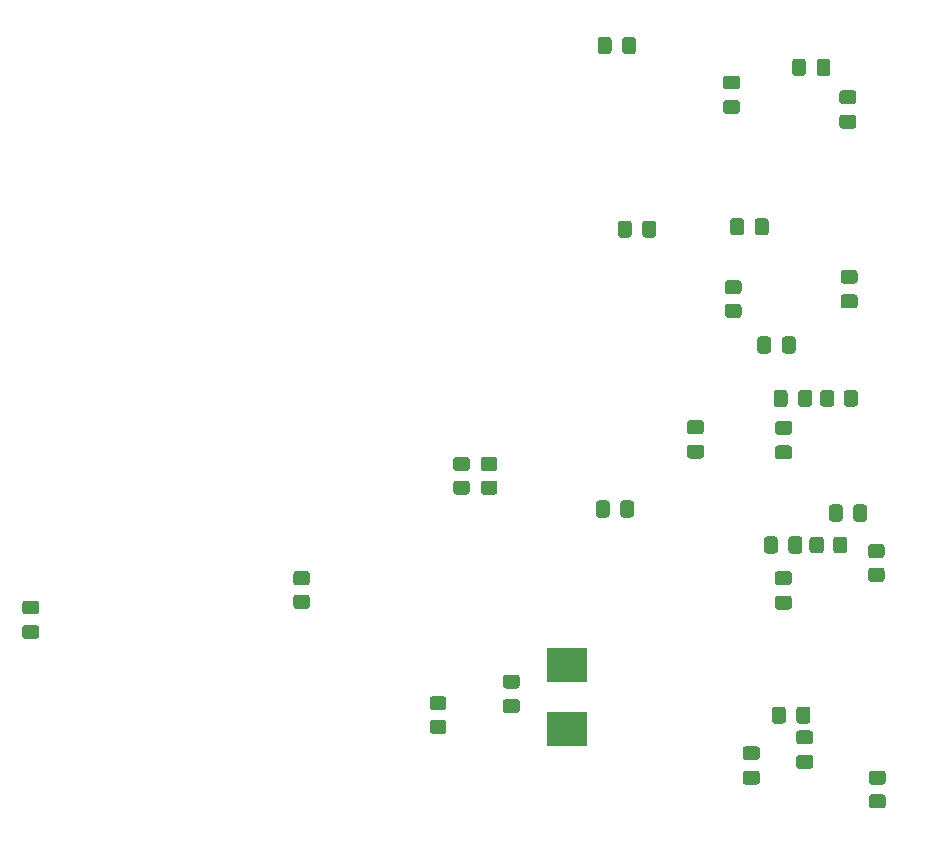
<source format=gbp>
G04 #@! TF.GenerationSoftware,KiCad,Pcbnew,(6.0.6)*
G04 #@! TF.CreationDate,2024-03-22T15:25:42+01:00*
G04 #@! TF.ProjectId,pi-pico-itm39xxc-if,70692d70-6963-46f2-9d69-746d33397878,rev?*
G04 #@! TF.SameCoordinates,Original*
G04 #@! TF.FileFunction,Paste,Bot*
G04 #@! TF.FilePolarity,Positive*
%FSLAX46Y46*%
G04 Gerber Fmt 4.6, Leading zero omitted, Abs format (unit mm)*
G04 Created by KiCad (PCBNEW (6.0.6)) date 2024-03-22 15:25:42*
%MOMM*%
%LPD*%
G01*
G04 APERTURE LIST*
%ADD10R,3.500000X2.950000*%
G04 APERTURE END LIST*
G36*
G01*
X160275200Y-81837000D02*
X161175200Y-81837000D01*
G75*
G02*
X161425200Y-82087000I0J-250000D01*
G01*
X161425200Y-82787000D01*
G75*
G02*
X161175200Y-83037000I-250000J0D01*
G01*
X160275200Y-83037000D01*
G75*
G02*
X160025200Y-82787000I0J250000D01*
G01*
X160025200Y-82087000D01*
G75*
G02*
X160275200Y-81837000I250000J0D01*
G01*
G37*
G36*
G01*
X160275200Y-83837000D02*
X161175200Y-83837000D01*
G75*
G02*
X161425200Y-84087000I0J-250000D01*
G01*
X161425200Y-84787000D01*
G75*
G02*
X161175200Y-85037000I-250000J0D01*
G01*
X160275200Y-85037000D01*
G75*
G02*
X160025200Y-84787000I0J250000D01*
G01*
X160025200Y-84087000D01*
G75*
G02*
X160275200Y-83837000I250000J0D01*
G01*
G37*
G36*
G01*
X125153000Y-74456600D02*
X126053000Y-74456600D01*
G75*
G02*
X126303000Y-74706600I0J-250000D01*
G01*
X126303000Y-75406600D01*
G75*
G02*
X126053000Y-75656600I-250000J0D01*
G01*
X125153000Y-75656600D01*
G75*
G02*
X124903000Y-75406600I0J250000D01*
G01*
X124903000Y-74706600D01*
G75*
G02*
X125153000Y-74456600I250000J0D01*
G01*
G37*
G36*
G01*
X125153000Y-76456600D02*
X126053000Y-76456600D01*
G75*
G02*
X126303000Y-76706600I0J-250000D01*
G01*
X126303000Y-77406600D01*
G75*
G02*
X126053000Y-77656600I-250000J0D01*
G01*
X125153000Y-77656600D01*
G75*
G02*
X124903000Y-77406600I0J250000D01*
G01*
X124903000Y-76706600D01*
G75*
G02*
X125153000Y-76456600I250000J0D01*
G01*
G37*
G36*
G01*
X159172200Y-69053800D02*
X159172200Y-69953800D01*
G75*
G02*
X158922200Y-70203800I-250000J0D01*
G01*
X158222200Y-70203800D01*
G75*
G02*
X157972200Y-69953800I0J250000D01*
G01*
X157972200Y-69053800D01*
G75*
G02*
X158222200Y-68803800I250000J0D01*
G01*
X158922200Y-68803800D01*
G75*
G02*
X159172200Y-69053800I0J-250000D01*
G01*
G37*
G36*
G01*
X157172200Y-69053800D02*
X157172200Y-69953800D01*
G75*
G02*
X156922200Y-70203800I-250000J0D01*
G01*
X156222200Y-70203800D01*
G75*
G02*
X155972200Y-69953800I0J250000D01*
G01*
X155972200Y-69053800D01*
G75*
G02*
X156222200Y-68803800I250000J0D01*
G01*
X156922200Y-68803800D01*
G75*
G02*
X157172200Y-69053800I0J-250000D01*
G01*
G37*
G36*
G01*
X151606500Y-54490600D02*
X151606500Y-55440600D01*
G75*
G02*
X151356500Y-55690600I-250000J0D01*
G01*
X150681500Y-55690600D01*
G75*
G02*
X150431500Y-55440600I0J250000D01*
G01*
X150431500Y-54490600D01*
G75*
G02*
X150681500Y-54240600I250000J0D01*
G01*
X151356500Y-54240600D01*
G75*
G02*
X151606500Y-54490600I0J-250000D01*
G01*
G37*
G36*
G01*
X149531500Y-54490600D02*
X149531500Y-55440600D01*
G75*
G02*
X149281500Y-55690600I-250000J0D01*
G01*
X148606500Y-55690600D01*
G75*
G02*
X148356500Y-55440600I0J250000D01*
G01*
X148356500Y-54490600D01*
G75*
G02*
X148606500Y-54240600I250000J0D01*
G01*
X149281500Y-54240600D01*
G75*
G02*
X149531500Y-54490600I0J-250000D01*
G01*
G37*
G36*
G01*
X111614800Y-84125000D02*
X112514800Y-84125000D01*
G75*
G02*
X112764800Y-84375000I0J-250000D01*
G01*
X112764800Y-85075000D01*
G75*
G02*
X112514800Y-85325000I-250000J0D01*
G01*
X111614800Y-85325000D01*
G75*
G02*
X111364800Y-85075000I0J250000D01*
G01*
X111364800Y-84375000D01*
G75*
G02*
X111614800Y-84125000I250000J0D01*
G01*
G37*
G36*
G01*
X111614800Y-86125000D02*
X112514800Y-86125000D01*
G75*
G02*
X112764800Y-86375000I0J-250000D01*
G01*
X112764800Y-87075000D01*
G75*
G02*
X112514800Y-87325000I-250000J0D01*
G01*
X111614800Y-87325000D01*
G75*
G02*
X111364800Y-87075000I0J250000D01*
G01*
X111364800Y-86375000D01*
G75*
G02*
X111614800Y-86125000I250000J0D01*
G01*
G37*
G36*
G01*
X88653600Y-86614600D02*
X89603600Y-86614600D01*
G75*
G02*
X89853600Y-86864600I0J-250000D01*
G01*
X89853600Y-87539600D01*
G75*
G02*
X89603600Y-87789600I-250000J0D01*
G01*
X88653600Y-87789600D01*
G75*
G02*
X88403600Y-87539600I0J250000D01*
G01*
X88403600Y-86864600D01*
G75*
G02*
X88653600Y-86614600I250000J0D01*
G01*
G37*
G36*
G01*
X88653600Y-88689600D02*
X89603600Y-88689600D01*
G75*
G02*
X89853600Y-88939600I0J-250000D01*
G01*
X89853600Y-89614600D01*
G75*
G02*
X89603600Y-89864600I-250000J0D01*
G01*
X88653600Y-89864600D01*
G75*
G02*
X88403600Y-89614600I0J250000D01*
G01*
X88403600Y-88939600D01*
G75*
G02*
X88653600Y-88689600I250000J0D01*
G01*
G37*
G36*
G01*
X136971600Y-79342000D02*
X136971600Y-78392000D01*
G75*
G02*
X137221600Y-78142000I250000J0D01*
G01*
X137896600Y-78142000D01*
G75*
G02*
X138146600Y-78392000I0J-250000D01*
G01*
X138146600Y-79342000D01*
G75*
G02*
X137896600Y-79592000I-250000J0D01*
G01*
X137221600Y-79592000D01*
G75*
G02*
X136971600Y-79342000I0J250000D01*
G01*
G37*
G36*
G01*
X139046600Y-79342000D02*
X139046600Y-78392000D01*
G75*
G02*
X139296600Y-78142000I250000J0D01*
G01*
X139971600Y-78142000D01*
G75*
G02*
X140221600Y-78392000I0J-250000D01*
G01*
X140221600Y-79342000D01*
G75*
G02*
X139971600Y-79592000I-250000J0D01*
G01*
X139296600Y-79592000D01*
G75*
G02*
X139046600Y-79342000I0J250000D01*
G01*
G37*
G36*
G01*
X148938000Y-45414600D02*
X147988000Y-45414600D01*
G75*
G02*
X147738000Y-45164600I0J250000D01*
G01*
X147738000Y-44489600D01*
G75*
G02*
X147988000Y-44239600I250000J0D01*
G01*
X148938000Y-44239600D01*
G75*
G02*
X149188000Y-44489600I0J-250000D01*
G01*
X149188000Y-45164600D01*
G75*
G02*
X148938000Y-45414600I-250000J0D01*
G01*
G37*
G36*
G01*
X148938000Y-43339600D02*
X147988000Y-43339600D01*
G75*
G02*
X147738000Y-43089600I0J250000D01*
G01*
X147738000Y-42414600D01*
G75*
G02*
X147988000Y-42164600I250000J0D01*
G01*
X148938000Y-42164600D01*
G75*
G02*
X149188000Y-42414600I0J-250000D01*
G01*
X149188000Y-43089600D01*
G75*
G02*
X148938000Y-43339600I-250000J0D01*
G01*
G37*
G36*
G01*
X127489800Y-74456600D02*
X128389800Y-74456600D01*
G75*
G02*
X128639800Y-74706600I0J-250000D01*
G01*
X128639800Y-75406600D01*
G75*
G02*
X128389800Y-75656600I-250000J0D01*
G01*
X127489800Y-75656600D01*
G75*
G02*
X127239800Y-75406600I0J250000D01*
G01*
X127239800Y-74706600D01*
G75*
G02*
X127489800Y-74456600I250000J0D01*
G01*
G37*
G36*
G01*
X127489800Y-76456600D02*
X128389800Y-76456600D01*
G75*
G02*
X128639800Y-76706600I0J-250000D01*
G01*
X128639800Y-77406600D01*
G75*
G02*
X128389800Y-77656600I-250000J0D01*
G01*
X127489800Y-77656600D01*
G75*
G02*
X127239800Y-77406600I0J250000D01*
G01*
X127239800Y-76706600D01*
G75*
G02*
X127489800Y-76456600I250000J0D01*
G01*
G37*
G36*
G01*
X149664400Y-98955100D02*
X150614400Y-98955100D01*
G75*
G02*
X150864400Y-99205100I0J-250000D01*
G01*
X150864400Y-99880100D01*
G75*
G02*
X150614400Y-100130100I-250000J0D01*
G01*
X149664400Y-100130100D01*
G75*
G02*
X149414400Y-99880100I0J250000D01*
G01*
X149414400Y-99205100D01*
G75*
G02*
X149664400Y-98955100I250000J0D01*
G01*
G37*
G36*
G01*
X149664400Y-101030100D02*
X150614400Y-101030100D01*
G75*
G02*
X150864400Y-101280100I0J-250000D01*
G01*
X150864400Y-101955100D01*
G75*
G02*
X150614400Y-102205100I-250000J0D01*
G01*
X149664400Y-102205100D01*
G75*
G02*
X149414400Y-101955100I0J250000D01*
G01*
X149414400Y-101280100D01*
G75*
G02*
X149664400Y-101030100I250000J0D01*
G01*
G37*
G36*
G01*
X151216200Y-82390000D02*
X151216200Y-81440000D01*
G75*
G02*
X151466200Y-81190000I250000J0D01*
G01*
X152141200Y-81190000D01*
G75*
G02*
X152391200Y-81440000I0J-250000D01*
G01*
X152391200Y-82390000D01*
G75*
G02*
X152141200Y-82640000I-250000J0D01*
G01*
X151466200Y-82640000D01*
G75*
G02*
X151216200Y-82390000I0J250000D01*
G01*
G37*
G36*
G01*
X153291200Y-82390000D02*
X153291200Y-81440000D01*
G75*
G02*
X153541200Y-81190000I250000J0D01*
G01*
X154216200Y-81190000D01*
G75*
G02*
X154466200Y-81440000I0J-250000D01*
G01*
X154466200Y-82390000D01*
G75*
G02*
X154216200Y-82640000I-250000J0D01*
G01*
X153541200Y-82640000D01*
G75*
G02*
X153291200Y-82390000I0J250000D01*
G01*
G37*
G36*
G01*
X123171800Y-94716800D02*
X124071800Y-94716800D01*
G75*
G02*
X124321800Y-94966800I0J-250000D01*
G01*
X124321800Y-95666800D01*
G75*
G02*
X124071800Y-95916800I-250000J0D01*
G01*
X123171800Y-95916800D01*
G75*
G02*
X122921800Y-95666800I0J250000D01*
G01*
X122921800Y-94966800D01*
G75*
G02*
X123171800Y-94716800I250000J0D01*
G01*
G37*
G36*
G01*
X123171800Y-96716800D02*
X124071800Y-96716800D01*
G75*
G02*
X124321800Y-96966800I0J-250000D01*
G01*
X124321800Y-97666800D01*
G75*
G02*
X124071800Y-97916800I-250000J0D01*
G01*
X123171800Y-97916800D01*
G75*
G02*
X122921800Y-97666800I0J250000D01*
G01*
X122921800Y-96966800D01*
G75*
G02*
X123171800Y-96716800I250000J0D01*
G01*
G37*
G36*
G01*
X152376200Y-84132800D02*
X153326200Y-84132800D01*
G75*
G02*
X153576200Y-84382800I0J-250000D01*
G01*
X153576200Y-85057800D01*
G75*
G02*
X153326200Y-85307800I-250000J0D01*
G01*
X152376200Y-85307800D01*
G75*
G02*
X152126200Y-85057800I0J250000D01*
G01*
X152126200Y-84382800D01*
G75*
G02*
X152376200Y-84132800I250000J0D01*
G01*
G37*
G36*
G01*
X152376200Y-86207800D02*
X153326200Y-86207800D01*
G75*
G02*
X153576200Y-86457800I0J-250000D01*
G01*
X153576200Y-87132800D01*
G75*
G02*
X153326200Y-87382800I-250000J0D01*
G01*
X152376200Y-87382800D01*
G75*
G02*
X152126200Y-87132800I0J250000D01*
G01*
X152126200Y-86457800D01*
G75*
G02*
X152376200Y-86207800I250000J0D01*
G01*
G37*
G36*
G01*
X129344400Y-92888400D02*
X130294400Y-92888400D01*
G75*
G02*
X130544400Y-93138400I0J-250000D01*
G01*
X130544400Y-93813400D01*
G75*
G02*
X130294400Y-94063400I-250000J0D01*
G01*
X129344400Y-94063400D01*
G75*
G02*
X129094400Y-93813400I0J250000D01*
G01*
X129094400Y-93138400D01*
G75*
G02*
X129344400Y-92888400I250000J0D01*
G01*
G37*
G36*
G01*
X129344400Y-94963400D02*
X130294400Y-94963400D01*
G75*
G02*
X130544400Y-95213400I0J-250000D01*
G01*
X130544400Y-95888400D01*
G75*
G02*
X130294400Y-96138400I-250000J0D01*
G01*
X129344400Y-96138400D01*
G75*
G02*
X129094400Y-95888400I0J250000D01*
G01*
X129094400Y-95213400D01*
G75*
G02*
X129344400Y-94963400I250000J0D01*
G01*
G37*
G36*
G01*
X145890000Y-74599200D02*
X144940000Y-74599200D01*
G75*
G02*
X144690000Y-74349200I0J250000D01*
G01*
X144690000Y-73674200D01*
G75*
G02*
X144940000Y-73424200I250000J0D01*
G01*
X145890000Y-73424200D01*
G75*
G02*
X146140000Y-73674200I0J-250000D01*
G01*
X146140000Y-74349200D01*
G75*
G02*
X145890000Y-74599200I-250000J0D01*
G01*
G37*
G36*
G01*
X145890000Y-72524200D02*
X144940000Y-72524200D01*
G75*
G02*
X144690000Y-72274200I0J250000D01*
G01*
X144690000Y-71599200D01*
G75*
G02*
X144940000Y-71349200I250000J0D01*
G01*
X145890000Y-71349200D01*
G75*
G02*
X146140000Y-71599200I0J-250000D01*
G01*
X146140000Y-72274200D01*
G75*
G02*
X145890000Y-72524200I-250000J0D01*
G01*
G37*
G36*
G01*
X155135600Y-100862800D02*
X154185600Y-100862800D01*
G75*
G02*
X153935600Y-100612800I0J250000D01*
G01*
X153935600Y-99937800D01*
G75*
G02*
X154185600Y-99687800I250000J0D01*
G01*
X155135600Y-99687800D01*
G75*
G02*
X155385600Y-99937800I0J-250000D01*
G01*
X155385600Y-100612800D01*
G75*
G02*
X155135600Y-100862800I-250000J0D01*
G01*
G37*
G36*
G01*
X155135600Y-98787800D02*
X154185600Y-98787800D01*
G75*
G02*
X153935600Y-98537800I0J250000D01*
G01*
X153935600Y-97862800D01*
G75*
G02*
X154185600Y-97612800I250000J0D01*
G01*
X155135600Y-97612800D01*
G75*
G02*
X155385600Y-97862800I0J-250000D01*
G01*
X155385600Y-98537800D01*
G75*
G02*
X155135600Y-98787800I-250000J0D01*
G01*
G37*
G36*
G01*
X158267200Y-81465000D02*
X158267200Y-82365000D01*
G75*
G02*
X158017200Y-82615000I-250000J0D01*
G01*
X157317200Y-82615000D01*
G75*
G02*
X157067200Y-82365000I0J250000D01*
G01*
X157067200Y-81465000D01*
G75*
G02*
X157317200Y-81215000I250000J0D01*
G01*
X158017200Y-81215000D01*
G75*
G02*
X158267200Y-81465000I0J-250000D01*
G01*
G37*
G36*
G01*
X156267200Y-81465000D02*
X156267200Y-82365000D01*
G75*
G02*
X156017200Y-82615000I-250000J0D01*
G01*
X155317200Y-82615000D01*
G75*
G02*
X155067200Y-82365000I0J250000D01*
G01*
X155067200Y-81465000D01*
G75*
G02*
X155317200Y-81215000I250000J0D01*
G01*
X156017200Y-81215000D01*
G75*
G02*
X156267200Y-81465000I0J-250000D01*
G01*
G37*
G36*
G01*
X156840500Y-41003200D02*
X156840500Y-41953200D01*
G75*
G02*
X156590500Y-42203200I-250000J0D01*
G01*
X155915500Y-42203200D01*
G75*
G02*
X155665500Y-41953200I0J250000D01*
G01*
X155665500Y-41003200D01*
G75*
G02*
X155915500Y-40753200I250000J0D01*
G01*
X156590500Y-40753200D01*
G75*
G02*
X156840500Y-41003200I0J-250000D01*
G01*
G37*
G36*
G01*
X154765500Y-41003200D02*
X154765500Y-41953200D01*
G75*
G02*
X154515500Y-42203200I-250000J0D01*
G01*
X153840500Y-42203200D01*
G75*
G02*
X153590500Y-41953200I0J250000D01*
G01*
X153590500Y-41003200D01*
G75*
G02*
X153840500Y-40753200I250000J0D01*
G01*
X154515500Y-40753200D01*
G75*
G02*
X154765500Y-41003200I0J-250000D01*
G01*
G37*
G36*
G01*
X152398200Y-71409400D02*
X153348200Y-71409400D01*
G75*
G02*
X153598200Y-71659400I0J-250000D01*
G01*
X153598200Y-72334400D01*
G75*
G02*
X153348200Y-72584400I-250000J0D01*
G01*
X152398200Y-72584400D01*
G75*
G02*
X152148200Y-72334400I0J250000D01*
G01*
X152148200Y-71659400D01*
G75*
G02*
X152398200Y-71409400I250000J0D01*
G01*
G37*
G36*
G01*
X152398200Y-73484400D02*
X153348200Y-73484400D01*
G75*
G02*
X153598200Y-73734400I0J-250000D01*
G01*
X153598200Y-74409400D01*
G75*
G02*
X153348200Y-74659400I-250000J0D01*
G01*
X152398200Y-74659400D01*
G75*
G02*
X152148200Y-74409400I0J250000D01*
G01*
X152148200Y-73734400D01*
G75*
G02*
X152398200Y-73484400I250000J0D01*
G01*
G37*
D10*
X134518400Y-92075000D03*
X134518400Y-97525000D03*
G36*
G01*
X156709200Y-79681600D02*
X156709200Y-78731600D01*
G75*
G02*
X156959200Y-78481600I250000J0D01*
G01*
X157634200Y-78481600D01*
G75*
G02*
X157884200Y-78731600I0J-250000D01*
G01*
X157884200Y-79681600D01*
G75*
G02*
X157634200Y-79931600I-250000J0D01*
G01*
X156959200Y-79931600D01*
G75*
G02*
X156709200Y-79681600I0J250000D01*
G01*
G37*
G36*
G01*
X158784200Y-79681600D02*
X158784200Y-78731600D01*
G75*
G02*
X159034200Y-78481600I250000J0D01*
G01*
X159709200Y-78481600D01*
G75*
G02*
X159959200Y-78731600I0J-250000D01*
G01*
X159959200Y-79681600D01*
G75*
G02*
X159709200Y-79931600I-250000J0D01*
G01*
X159034200Y-79931600D01*
G75*
G02*
X158784200Y-79681600I0J250000D01*
G01*
G37*
G36*
G01*
X137135200Y-40099000D02*
X137135200Y-39149000D01*
G75*
G02*
X137385200Y-38899000I250000J0D01*
G01*
X138060200Y-38899000D01*
G75*
G02*
X138310200Y-39149000I0J-250000D01*
G01*
X138310200Y-40099000D01*
G75*
G02*
X138060200Y-40349000I-250000J0D01*
G01*
X137385200Y-40349000D01*
G75*
G02*
X137135200Y-40099000I0J250000D01*
G01*
G37*
G36*
G01*
X139210200Y-40099000D02*
X139210200Y-39149000D01*
G75*
G02*
X139460200Y-38899000I250000J0D01*
G01*
X140135200Y-38899000D01*
G75*
G02*
X140385200Y-39149000I0J-250000D01*
G01*
X140385200Y-40099000D01*
G75*
G02*
X140135200Y-40349000I-250000J0D01*
G01*
X139460200Y-40349000D01*
G75*
G02*
X139210200Y-40099000I0J250000D01*
G01*
G37*
G36*
G01*
X148165400Y-59487000D02*
X149065400Y-59487000D01*
G75*
G02*
X149315400Y-59737000I0J-250000D01*
G01*
X149315400Y-60437000D01*
G75*
G02*
X149065400Y-60687000I-250000J0D01*
G01*
X148165400Y-60687000D01*
G75*
G02*
X147915400Y-60437000I0J250000D01*
G01*
X147915400Y-59737000D01*
G75*
G02*
X148165400Y-59487000I250000J0D01*
G01*
G37*
G36*
G01*
X148165400Y-61487000D02*
X149065400Y-61487000D01*
G75*
G02*
X149315400Y-61737000I0J-250000D01*
G01*
X149315400Y-62437000D01*
G75*
G02*
X149065400Y-62687000I-250000J0D01*
G01*
X148165400Y-62687000D01*
G75*
G02*
X147915400Y-62437000I0J250000D01*
G01*
X147915400Y-61737000D01*
G75*
G02*
X148165400Y-61487000I250000J0D01*
G01*
G37*
G36*
G01*
X152035600Y-69978800D02*
X152035600Y-69028800D01*
G75*
G02*
X152285600Y-68778800I250000J0D01*
G01*
X152960600Y-68778800D01*
G75*
G02*
X153210600Y-69028800I0J-250000D01*
G01*
X153210600Y-69978800D01*
G75*
G02*
X152960600Y-70228800I-250000J0D01*
G01*
X152285600Y-70228800D01*
G75*
G02*
X152035600Y-69978800I0J250000D01*
G01*
G37*
G36*
G01*
X154110600Y-69978800D02*
X154110600Y-69028800D01*
G75*
G02*
X154360600Y-68778800I250000J0D01*
G01*
X155035600Y-68778800D01*
G75*
G02*
X155285600Y-69028800I0J-250000D01*
G01*
X155285600Y-69978800D01*
G75*
G02*
X155035600Y-70228800I-250000J0D01*
G01*
X154360600Y-70228800D01*
G75*
G02*
X154110600Y-69978800I0J250000D01*
G01*
G37*
G36*
G01*
X138837000Y-55643800D02*
X138837000Y-54693800D01*
G75*
G02*
X139087000Y-54443800I250000J0D01*
G01*
X139762000Y-54443800D01*
G75*
G02*
X140012000Y-54693800I0J-250000D01*
G01*
X140012000Y-55643800D01*
G75*
G02*
X139762000Y-55893800I-250000J0D01*
G01*
X139087000Y-55893800D01*
G75*
G02*
X138837000Y-55643800I0J250000D01*
G01*
G37*
G36*
G01*
X140912000Y-55643800D02*
X140912000Y-54693800D01*
G75*
G02*
X141162000Y-54443800I250000J0D01*
G01*
X141837000Y-54443800D01*
G75*
G02*
X142087000Y-54693800I0J-250000D01*
G01*
X142087000Y-55643800D01*
G75*
G02*
X141837000Y-55893800I-250000J0D01*
G01*
X141162000Y-55893800D01*
G75*
G02*
X140912000Y-55643800I0J250000D01*
G01*
G37*
G36*
G01*
X158793200Y-46659200D02*
X157843200Y-46659200D01*
G75*
G02*
X157593200Y-46409200I0J250000D01*
G01*
X157593200Y-45734200D01*
G75*
G02*
X157843200Y-45484200I250000J0D01*
G01*
X158793200Y-45484200D01*
G75*
G02*
X159043200Y-45734200I0J-250000D01*
G01*
X159043200Y-46409200D01*
G75*
G02*
X158793200Y-46659200I-250000J0D01*
G01*
G37*
G36*
G01*
X158793200Y-44584200D02*
X157843200Y-44584200D01*
G75*
G02*
X157593200Y-44334200I0J250000D01*
G01*
X157593200Y-43659200D01*
G75*
G02*
X157843200Y-43409200I250000J0D01*
G01*
X158793200Y-43409200D01*
G75*
G02*
X159043200Y-43659200I0J-250000D01*
G01*
X159043200Y-44334200D01*
G75*
G02*
X158793200Y-44584200I-250000J0D01*
G01*
G37*
G36*
G01*
X158894800Y-61873800D02*
X157944800Y-61873800D01*
G75*
G02*
X157694800Y-61623800I0J250000D01*
G01*
X157694800Y-60948800D01*
G75*
G02*
X157944800Y-60698800I250000J0D01*
G01*
X158894800Y-60698800D01*
G75*
G02*
X159144800Y-60948800I0J-250000D01*
G01*
X159144800Y-61623800D01*
G75*
G02*
X158894800Y-61873800I-250000J0D01*
G01*
G37*
G36*
G01*
X158894800Y-59798800D02*
X157944800Y-59798800D01*
G75*
G02*
X157694800Y-59548800I0J250000D01*
G01*
X157694800Y-58873800D01*
G75*
G02*
X157944800Y-58623800I250000J0D01*
G01*
X158894800Y-58623800D01*
G75*
G02*
X159144800Y-58873800I0J-250000D01*
G01*
X159144800Y-59548800D01*
G75*
G02*
X158894800Y-59798800I-250000J0D01*
G01*
G37*
G36*
G01*
X150651900Y-65457600D02*
X150651900Y-64507600D01*
G75*
G02*
X150901900Y-64257600I250000J0D01*
G01*
X151576900Y-64257600D01*
G75*
G02*
X151826900Y-64507600I0J-250000D01*
G01*
X151826900Y-65457600D01*
G75*
G02*
X151576900Y-65707600I-250000J0D01*
G01*
X150901900Y-65707600D01*
G75*
G02*
X150651900Y-65457600I0J250000D01*
G01*
G37*
G36*
G01*
X152726900Y-65457600D02*
X152726900Y-64507600D01*
G75*
G02*
X152976900Y-64257600I250000J0D01*
G01*
X153651900Y-64257600D01*
G75*
G02*
X153901900Y-64507600I0J-250000D01*
G01*
X153901900Y-65457600D01*
G75*
G02*
X153651900Y-65707600I-250000J0D01*
G01*
X152976900Y-65707600D01*
G75*
G02*
X152726900Y-65457600I0J250000D01*
G01*
G37*
G36*
G01*
X160357400Y-101016000D02*
X161257400Y-101016000D01*
G75*
G02*
X161507400Y-101266000I0J-250000D01*
G01*
X161507400Y-101966000D01*
G75*
G02*
X161257400Y-102216000I-250000J0D01*
G01*
X160357400Y-102216000D01*
G75*
G02*
X160107400Y-101966000I0J250000D01*
G01*
X160107400Y-101266000D01*
G75*
G02*
X160357400Y-101016000I250000J0D01*
G01*
G37*
G36*
G01*
X160357400Y-103016000D02*
X161257400Y-103016000D01*
G75*
G02*
X161507400Y-103266000I0J-250000D01*
G01*
X161507400Y-103966000D01*
G75*
G02*
X161257400Y-104216000I-250000J0D01*
G01*
X160357400Y-104216000D01*
G75*
G02*
X160107400Y-103966000I0J250000D01*
G01*
X160107400Y-103266000D01*
G75*
G02*
X160357400Y-103016000I250000J0D01*
G01*
G37*
G36*
G01*
X155142600Y-95841800D02*
X155142600Y-96791800D01*
G75*
G02*
X154892600Y-97041800I-250000J0D01*
G01*
X154217600Y-97041800D01*
G75*
G02*
X153967600Y-96791800I0J250000D01*
G01*
X153967600Y-95841800D01*
G75*
G02*
X154217600Y-95591800I250000J0D01*
G01*
X154892600Y-95591800D01*
G75*
G02*
X155142600Y-95841800I0J-250000D01*
G01*
G37*
G36*
G01*
X153067600Y-95841800D02*
X153067600Y-96791800D01*
G75*
G02*
X152817600Y-97041800I-250000J0D01*
G01*
X152142600Y-97041800D01*
G75*
G02*
X151892600Y-96791800I0J250000D01*
G01*
X151892600Y-95841800D01*
G75*
G02*
X152142600Y-95591800I250000J0D01*
G01*
X152817600Y-95591800D01*
G75*
G02*
X153067600Y-95841800I0J-250000D01*
G01*
G37*
M02*

</source>
